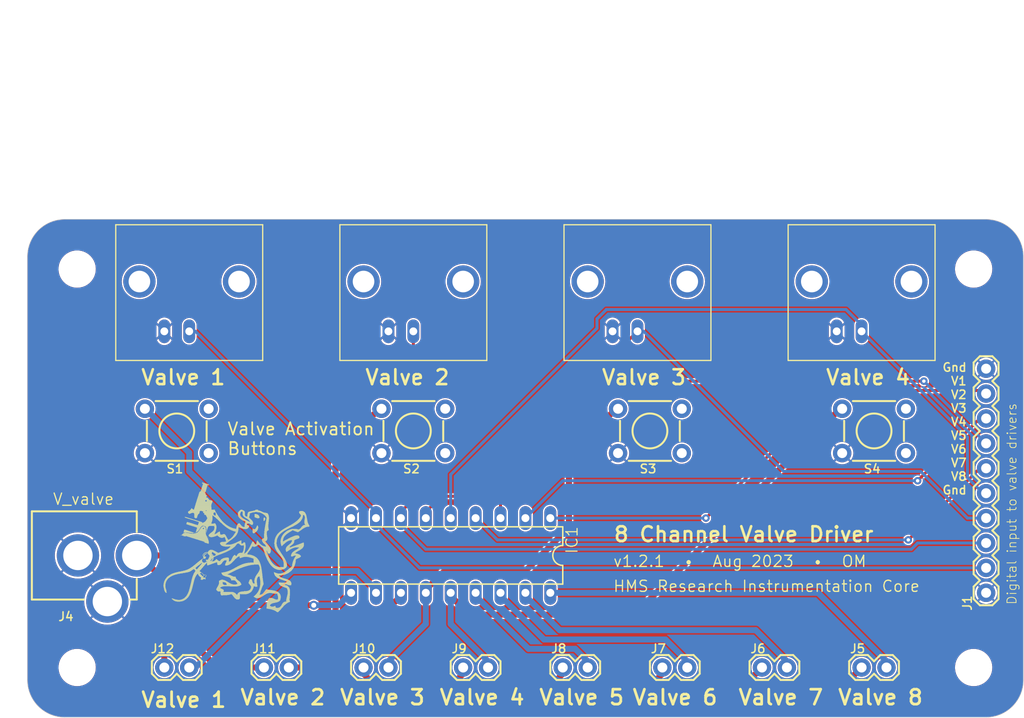
<source format=kicad_pcb>
(kicad_pcb (version 20221018) (generator pcbnew)
  (layers (0 "F.Cu" signal) (31 "B.Cu" signal) (34 "B.Paste" user) (35 "F.Paste" user) (36 "B.SilkS" user "B.Silkscreen") (37 "F.SilkS" user "F.Silkscreen") (38 "B.Mask" user) (39 "F.Mask" user) (44 "Edge.Cuts" user))
  (net 0 "")
  (net 1 "GND")
  (net 2 "/V8OUT")
  (net 3 "/V7OUT")
  (net 4 "/V6OUT")
  (net 5 "/V5OUT")
  (net 6 "/V4OUT")
  (net 7 "/V3OUT")
  (net 8 "/V2OUT")
  (net 9 "/V1OUT")
  (net 10 "VCC_1")
  (net 11 "/V1")
  (net 12 "/V2")
  (net 13 "/V3")
  (net 14 "/V4")
  (net 15 "/V5")
  (net 16 "/V6")
  (net 17 "/V7")
  (net 18 "/V8")
  (footprint "HMS_8ValveDriver:1X02" (layer "F.Cu") (at 182.7911 125.3236)
    (fp_text reference "J5" (at -1.27 -1.397) (layer "F.SilkS") (effects (font (size 0.889 0.889) (thickness 0.1524)) (justify left bottom)))
    (fp_text value "Valve 8" (at -2.54 3.937) (layer "F.SilkS") (effects (font (size 1.524 1.524) (thickness 0.2794)) (justify left bottom)))
    (pad "1" thru_hole circle (at 0 0 90) (size 1.8796 1.8796) (drill 1.016) (layers "*.Cu" "*.Mask") (net 10 "VCC_1"))
    (pad "2" thru_hole circle (at 2.54 0 90) (size 1.8796 1.8796) (drill 1.016) (layers "*.Cu" "*.Mask") (net 2 "/V8OUT"))
  )
  (footprint "HMS_8ValveDriver:1X10" (layer "F.Cu") (at 195.4911 117.7036 90)
    (fp_text reference "J1" (at -1.905 -1.397 90) (layer "F.SilkS") (effects (font (size 0.889 0.889) (thickness 0.1524)) (justify left bottom)))
    (fp_text value "CONN_10\"")
    (pad "1" thru_hole circle (at 0 0 180) (size 1.8796 1.8796) (drill 1.016) (layers "*.Cu" "*.Mask") (net 1 "GND"))
    (pad "2" thru_hole circle (at 2.54 0 180) (size 1.8796 1.8796) (drill 1.016) (layers "*.Cu" "*.Mask") (net 11 "/V1"))
    (pad "3" thru_hole circle (at 5.08 0 180) (size 1.8796 1.8796) (drill 1.016) (layers "*.Cu" "*.Mask") (net 12 "/V2"))
    (pad "4" thru_hole circle (at 7.62 0 180) (size 1.8796 1.8796) (drill 1.016) (layers "*.Cu" "*.Mask") (net 13 "/V3"))
    (pad "5" thru_hole circle (at 10.16 0 180) (size 1.8796 1.8796) (drill 1.016) (layers "*.Cu" "*.Mask") (net 14 "/V4"))
    (pad "6" thru_hole circle (at 12.7 0 180) (size 1.8796 1.8796) (drill 1.016) (layers "*.Cu" "*.Mask") (net 15 "/V5"))
    (pad "7" thru_hole circle (at 15.24 0 180) (size 1.8796 1.8796) (drill 1.016) (layers "*.Cu" "*.Mask") (net 16 "/V6"))
    (pad "8" thru_hole circle (at 17.78 0 180) (size 1.8796 1.8796) (drill 1.016) (layers "*.Cu" "*.Mask") (net 17 "/V7"))
    (pad "9" thru_hole circle (at 20.32 0 180) (size 1.8796 1.8796) (drill 1.016) (layers "*.Cu" "*.Mask") (net 18 "/V8"))
    (pad "10" thru_hole circle (at 22.86 0 180) (size 1.8796 1.8796) (drill 1.016) (layers "*.Cu" "*.Mask") (net 1 "GND"))
  )
  (footprint "HMS_8ValveDriver:STAND-OFF" (layer "F.Cu") (at 102.7811 125.3236)
    (fp_text reference "H1" hide)
    (fp_text value "STAND-OFF" hide)
    (pad "" np_thru_hole circle (at 0 0) (size 3.302 3.302) (drill 3.302) (layers "*.Cu" "*.Mask"))
  )
  (footprint "HMS_8ValveDriver:BNC" (layer "F.Cu") (at 114.2111 91.0336)
    (fp_text reference "J18" hide)
    (fp_text value "BNCPTH" hide)
    (pad "3" thru_hole circle (at -5.08 -5.08) (size 3.3 3.3) (drill 2.2) (layers "*.Cu" "*.Mask"))
    (pad "4" thru_hole circle (at 5.08 -5.08) (size 3.3 3.3) (drill 2.2) (layers "*.Cu" "*.Mask"))
    (pad "GND" thru_hole oval (at -2.54 0 90) (size 2.4128 1.2064) (drill 0.8) (layers "*.Cu" "*.Mask") (net 1 "GND"))
    (pad "S" thru_hole oval (at 0 0 90) (size 2.4128 1.2064) (drill 0.8) (layers "*.Cu" "*.Mask") (net 11 "/V1"))
  )
  (footprint "HMS_8ValveDriver:BNC" (layer "F.Cu") (at 159.9311 91.0336)
    (fp_text reference "J16" hide)
    (fp_text value "BNCPTH" hide)
    (pad "3" thru_hole circle (at -5.08 -5.08) (size 3.3 3.3) (drill 2.2) (layers "*.Cu" "*.Mask"))
    (pad "4" thru_hole circle (at 5.08 -5.08) (size 3.3 3.3) (drill 2.2) (layers "*.Cu" "*.Mask"))
    (pad "GND" thru_hole oval (at -2.54 0 90) (size 2.4128 1.2064) (drill 0.8) (layers "*.Cu" "*.Mask") (net 1 "GND"))
    (pad "S" thru_hole oval (at 0 0 90) (size 2.4128 1.2064) (drill 0.8) (layers "*.Cu" "*.Mask") (net 13 "/V3"))
  )
  (footprint "HMS_8ValveDriver:1X02" (layer "F.Cu") (at 131.9911 125.3236)
    (fp_text reference "J10" (at -1.27 -1.397) (layer "F.SilkS") (effects (font (size 0.889 0.889) (thickness 0.1524)) (justify left bottom)))
    (fp_text value "Valve 3" (at -2.54 3.937) (layer "F.SilkS") (effects (font (size 1.524 1.524) (thickness 0.2794)) (justify left bottom)))
    (pad "1" thru_hole circle (at 0 0 90) (size 1.8796 1.8796) (drill 1.016) (layers "*.Cu" "*.Mask") (net 10 "VCC_1"))
    (pad "2" thru_hole circle (at 2.54 0 90) (size 1.8796 1.8796) (drill 1.016) (layers "*.Cu" "*.Mask") (net 7 "/V3OUT"))
  )
  (footprint "HMS_8ValveDriver:STAND-OFF" (layer "F.Cu") (at 102.7811 84.6836)
    (fp_text reference "H2" hide)
    (fp_text value "STAND-OFF" hide)
    (pad "" np_thru_hole circle (at 0 0) (size 3.302 3.302) (drill 3.302) (layers "*.Cu" "*.Mask"))
  )
  (footprint "HMS_8ValveDriver:BNC" (layer "F.Cu") (at 137.0711 91.0336)
    (fp_text reference "J17" hide)
    (fp_text value "BNCPTH" hide)
    (pad "3" thru_hole circle (at -5.08 -5.08) (size 3.3 3.3) (drill 2.2) (layers "*.Cu" "*.Mask"))
    (pad "4" thru_hole circle (at 5.08 -5.08) (size 3.3 3.3) (drill 2.2) (layers "*.Cu" "*.Mask"))
    (pad "GND" thru_hole oval (at -2.54 0 90) (size 2.4128 1.2064) (drill 0.8) (layers "*.Cu" "*.Mask") (net 1 "GND"))
    (pad "S" thru_hole oval (at 0 0 90) (size 2.4128 1.2064) (drill 0.8) (layers "*.Cu" "*.Mask") (net 12 "/V2"))
  )
  (footprint "HMS_8ValveDriver:TACTILE_SWITCH_PTH_6.0MM" (layer "F.Cu") (at 161.2011 101.1936)
    (fp_text reference "S3" (at -0.192934 4.389319) (layer "F.SilkS") (effects (font (size 0.889 0.889) (thickness 0.1524)) (justify bottom)))
    (fp_text value "MOMENTARY-SWITCH-SPST-PTH-6.0MM" hide)
    (pad "1" thru_hole circle (at -3.2512 -2.2606) (size 1.8796 1.8796) (drill 1.016) (layers "*.Cu" "*.Mask") (net 7 "/V3OUT"))
    (pad "2" thru_hole circle (at 3.2512 -2.2606) (size 1.8796 1.8796) (drill 1.016) (layers "*.Cu" "*.Mask"))
    (pad "3" thru_hole circle (at -3.2512 2.2606) (size 1.8796 1.8796) (drill 1.016) (layers "*.Cu" "*.Mask") (net 1 "GND"))
    (pad "4" thru_hole circle (at 3.2512 2.2606) (size 1.8796 1.8796) (drill 1.016) (layers "*.Cu" "*.Mask"))
  )
  (footprint "HMS_8ValveDriver:1X02" (layer "F.Cu") (at 152.3111 125.3236)
    (fp_text reference "J8" (at -1.27 -1.397) (layer "F.SilkS") (effects (font (size 0.889 0.889) (thickness 0.1524)) (justify left bottom)))
    (fp_text value "Valve 5" (at -2.54 3.937) (layer "F.SilkS") (effects (font (size 1.524 1.524) (thickness 0.2794)) (justify left bottom)))
    (pad "1" thru_hole circle (at 0 0 90) (size 1.8796 1.8796) (drill 1.016) (layers "*.Cu" "*.Mask") (net 10 "VCC_1"))
    (pad "2" thru_hole circle (at 2.54 0 90) (size 1.8796 1.8796) (drill 1.016) (layers "*.Cu" "*.Mask") (net 5 "/V5OUT"))
  )
  (footprint "HMS_8ValveDriver:1X02" (layer "F.Cu") (at 172.6311 125.3236)
    (fp_text reference "J6" (at -1.27 -1.397) (layer "F.SilkS") (effects (font (size 0.889 0.889) (thickness 0.1524)) (justify left bottom)))
    (fp_text value "Valve 7" (at -2.54 3.937) (layer "F.SilkS") (effects (font (size 1.524 1.524) (thickness 0.2794)) (justify left bottom)))
    (pad "1" thru_hole circle (at 0 0 90) (size 1.8796 1.8796) (drill 1.016) (layers "*.Cu" "*.Mask") (net 10 "VCC_1"))
    (pad "2" thru_hole circle (at 2.54 0 90) (size 1.8796 1.8796) (drill 1.016) (layers "*.Cu" "*.Mask") (net 3 "/V7OUT"))
  )
  (footprint "HMS_8ValveDriver:BNC" (layer "F.Cu") (at 182.7911 91.0336)
    (fp_text reference "J15" hide)
    (fp_text value "BNCPTH" hide)
    (pad "3" thru_hole circle (at -5.08 -5.08) (size 3.3 3.3) (drill 2.2) (layers "*.Cu" "*.Mask"))
    (pad "4" thru_hole circle (at 5.08 -5.08) (size 3.3 3.3) (drill 2.2) (layers "*.Cu" "*.Mask"))
    (pad "GND" thru_hole oval (at -2.54 0 90) (size 2.4128 1.2064) (drill 0.8) (layers "*.Cu" "*.Mask") (net 1 "GND"))
    (pad "S" thru_hole oval (at 0 0 90) (size 2.4128 1.2064) (drill 0.8) (layers "*.Cu" "*.Mask") (net 14 "/V4"))
  )
  (footprint "HMS_8ValveDriver:RIC_LOGO_BIG" (layer "F.Cu") (at 119.2911 113.8936)
    (fp_text reference "U$7" hide)
    (fp_text value "" hide)
  )
  (footprint "HMS_8ValveDriver:STAND-OFF" (layer "F.Cu") (at 194.2211 84.6836)
    (fp_text reference "H3" hide)
    (fp_text value "STAND-OFF" hide)
    (pad "" np_thru_hole circle (at 0 0) (size 3.302 3.302) (drill 3.302) (layers "*.Cu" "*.Mask"))
  )
  (footprint "HMS_8ValveDriver:1X02" (layer "F.Cu") (at 162.4711 125.3236)
    (fp_text reference "J7" (at -1.27 -1.397) (layer "F.SilkS") (effects (font (size 0.889 0.889) (thickness 0.1524)) (justify left bottom)))
    (fp_text value "Valve 6" (at -3.175 3.937) (layer "F.SilkS") (effects (font (size 1.524 1.524) (thickness 0.2794)) (justify left bottom)))
    (pad "1" thru_hole circle (at 0 0 90) (size 1.8796 1.8796) (drill 1.016) (layers "*.Cu" "*.Mask") (net 10 "VCC_1"))
    (pad "2" thru_hole circle (at 2.54 0 90) (size 1.8796 1.8796) (drill 1.016) (layers "*.Cu" "*.Mask") (net 4 "/V6OUT"))
  )
  (footprint "HMS_8ValveDriver:DIL18" (layer "F.Cu") (at 140.8811 113.8936 180)
    (fp_text reference "IC1" (at -11.684 3.048 90) (layer "F.SilkS") (effects (font (size 1.1557 1.1557) (thickness 0.1143)) (justify right top)))
    (fp_text value "ULQ2803A")
    (pad "1" thru_hole oval (at -10.16 3.81 270) (size 2.4384 1.2192) (drill 0.8128) (layers "*.Cu" "*.Mask") (net 18 "/V8"))
    (pad "2" thru_hole oval (at -7.62 3.81 270) (size 2.4384 1.2192) (drill 0.8128) (layers "*.Cu" "*.Mask") (net 17 "/V7"))
    (pad "3" thru_hole oval (at -5.08 3.81 270) (size 2.4384 1.2192) (drill 0.8128) (layers "*.Cu" "*.Mask") (net 16 "/V6"))
    (pad "4" thru_hole oval (at -2.54 3.81 270) (size 2.4384 1.2192) (drill 0.8128) (layers "*.Cu" "*.Mask") (net 15 "/V5"))
    (pad "5" thru_hole oval (at 0 3.81 270) (size 2.4384 1.2192) (drill 0.8128) (layers "*.Cu" "*.Mask") (net 14 "/V4"))
    (pad "6" thru_hole oval (at 2.54 3.81 270) (size 2.4384 1.2192) (drill 0.8128) (layers "*.Cu" "*.Mask") (net 13 "/V3"))
    (pad "7" thru_hole oval (at 5.08 3.81 270) (size 2.4384 1.2192) (drill 0.8128) (layers "*.Cu" "*.Mask") (net 12 "/V2"))
    (pad "8" thru_hole oval (at 7.62 3.81 270) (size 2.4384 1.2192) (drill 0.8128) (layers "*.Cu" "*.Mask") (net 11 "/V1"))
    (pad "9" thru_hole oval (at 10.16 3.81 270) (size 2.4384 1.2192) (drill 0.8128) (layers "*.Cu" "*.Mask") (net 1 "GND"))
    (pad "10" thru_hole oval (at 10.16 -3.81 270) (size 2.4384 1.2192) (drill 0.8128) (layers "*.Cu" "*.Mask") (net 10 "VCC_1"))
    (pad "11" thru_hole oval (at 7.62 -3.81 270) (size 2.4384 1.2192) (drill 0.8128) (layers "*.Cu" "*.Mask") (net 9 "/V1OUT"))
    (pad "12" thru_hole oval (at 5.08 -3.81 270) (size 2.4384 1.2192) (drill 0.8128) (layers "*.Cu" "*.Mask") (net 8 "/V2OUT"))
    (pad "13" thru_hole oval (at 2.54 -3.81 270) (size 2.4384 1.2192) (drill 0.8128) (layers "*.Cu" "*.Mask") (net 7 "/V3OUT"))
    (pad "14" thru_hole oval (at 0 -3.81 270) (size 2.4384 1.2192) (drill 0.8128) (layers "*.Cu" "*.Mask") (net 6 "/V4OUT"))
    (pad "15" thru_hole oval (at -2.54 -3.81 270) (size 2.4384 1.2192) (drill 0.8128) (layers "*.Cu" "*.Mask") (net 5 "/V5OUT"))
    (pad "16" thru_hole oval (at -5.08 -3.81 270) (size 2.4384 1.2192) (drill 0.8128) (layers "*.Cu" "*.Mask") (net 4 "/V6OUT"))
    (pad "17" thru_hole oval (at -7.62 -3.81 270) (size 2.4384 1.2192) (drill 0.8128) (layers "*.Cu" "*.Mask") (net 3 "/V7OUT"))
    (pad "18" thru_hole oval (at -10.16 -3.81 270) (size 2.4384 1.2192) (drill 0.8128) (layers "*.Cu" "*.Mask") (net 2 "/V8OUT"))
  )
  (footprint "HMS_8ValveDriver:TACTILE_SWITCH_PTH_6.0MM" (layer "F.Cu") (at 184.0611 101.1936)
    (fp_text reference "S4" (at -0.192934 4.389319) (layer "F.SilkS") (effects (font (size 0.889 0.889) (thickness 0.1524)) (justify bottom)))
    (fp_text value "MOMENTARY-SWITCH-SPST-PTH-6.0MM" hide)
    (pad "1" thru_hole circle (at -3.2512 -2.2606) (size 1.8796 1.8796) (drill 1.016) (layers "*.Cu" "*.Mask") (net 6 "/V4OUT"))
    (pad "2" thru_hole circle (at 3.2512 -2.2606) (size 1.8796 1.8796) (drill 1.016) (layers "*.Cu" "*.Mask"))
    (pad "3" thru_hole circle (at -3.2512 2.2606) (size 1.8796 1.8796) (drill 1.016) (layers "*.Cu" "*.Mask") (net 1 "GND"))
    (pad "4" thru_hole circle (at 3.2512 2.2606) (size 1.8796 1.8796) (drill 1.016) (layers "*.Cu" "*.Mask"))
  )
  (footprint "HMS_8ValveDriver:TACTILE_SWITCH_PTH_6.0MM" (layer "F.Cu") (at 137.0711 101.1936)
    (fp_text reference "S2" (at -0.192934 4.389319) (layer "F.SilkS") (effects (font (size 0.889 0.889) (thickness 0.1524)) (justify bottom)))
    (fp_text value "MOMENTARY-SWITCH-SPST-PTH-6.0MM" hide)
    (pad "1" thru_hole circle (at -3.2512 -2.2606) (size 1.8796 1.8796) (drill 1.016) (layers "*.Cu" "*.Mask") (net 8 "/V2OUT"))
    (pad "2" thru_hole circle (at 3.2512 -2.2606) (size 1.8796 1.8796) (drill 1.016) (layers "*.Cu" "*.Mask"))
    (pad "3" thru_hole circle (at -3.2512 2.2606) (size 1.8796 1.8796) (drill 1.016) (layers "*.Cu" "*.Mask") (net 1 "GND"))
    (pad "4" thru_hole circle (at 3.2512 2.2606) (size 1.8796 1.8796) (drill 1.016) (layers "*.Cu" "*.Mask"))
  )
  (footprint "HMS_8ValveDriver:1X02" (layer "F.Cu") (at 111.6711 125.3236)
    (fp_text reference "J12" (at -1.4732 -1.397) (layer "F.SilkS") (effects (font (size 0.889 0.889) (thickness 0.1524)) (justify left bottom)))
    (fp_text value "Valve 1" (at -2.4892 4.191) (layer "F.SilkS") (effects (font (size 1.524 1.524) (thickness 0.2794)) (justify left bottom)))
    (pad "1" thru_hole circle (at 0 0 90) (size 1.8796 1.8796) (drill 1.016) (layers "*.Cu" "*.Mask") (net 10 "VCC_1"))
    (pad "2" thru_hole circle (at 2.54 0 90) (size 1.8796 1.8796) (drill 1.016) (layers "*.Cu" "*.Mask") (net 9 "/V1OUT"))
  )
  (footprint "HMS_8ValveDriver:STAND-OFF" (layer "F.Cu") (at 194.2211 125.3236)
    (fp_text reference "H4" hide)
    (fp_text value "STAND-OFF" hide)
    (pad "" np_thru_hole circle (at 0 0) (size 3.302 3.302) (drill 3.302) (layers "*.Cu" "*.Mask"))
  )
  (footprint "HMS_8ValveDriver:POWER_JACK_PTH" (layer "F.Cu") (at 95.1611 113.8936 -90)
    (fp_text reference "J4" (at 6.7564 -5.6134) (layer "F.SilkS") (effects (font (size 0.889 0.889) (thickness 0.1524) bold) (justify left bottom)))
    (fp_text value "POWER_JACK")
    (pad "GND" thru_hole circle (at 0 -7.7 270) (size 4.318 4.318) (drill 2.9972) (layers "*.Cu" "*.Mask") (net 1 "GND"))
    (pad "GNDBREAK" thru_hole circle (at 4.7 -10.7) (size 4.318 4.318) (drill 2.9972) (layers "*.Cu" "*.Mask") (net 1 "GND"))
    (pad "PWR" thru_hole circle (at 0 -13.7 270) (size 4.318 4.318) (drill 2.9972) (layers "*.Cu" "*.Mask") (net 10 "VCC_1"))
  )
  (footprint "HMS_8ValveDriver:1X02" (layer "F.Cu") (at 142.1511 125.3236)
    (fp_text reference "J9" (at -1.27 -1.397) (layer "F.SilkS") (effects (font (size 0.889 0.889) (thickness 0.1524)) (justify left bottom)))
    (fp_text value "Valve 4" (at -2.54 3.937) (layer "F.SilkS") (effects (font (size 1.524 1.524) (thickness 0.2794)) (justify left bottom)))
    (pad "1" thru_hole circle (at 0 0 90) (size 1.8796 1.8796) (drill 1.016) (layers "*.Cu" "*.Mask") (net 10 "VCC_1"))
    (pad "2" thru_hole circle (at 2.54 0 90) (size 1.8796 1.8796) (drill 1.016) (layers "*.Cu" "*.Mask") (net 6 "/V4OUT"))
  )
  (footprint "HMS_8ValveDriver:TACTILE_SWITCH_PTH_6.0MM" (layer "F.Cu") (at 112.9411 101.1936)
    (fp_text reference "S1" (at -0.192934 4.389319) (layer "F.SilkS") (effects (font (size 0.889 0.889) (thickness 0.1524)) (justify bottom)))
    (fp_text value "MOMENTARY-SWITCH-SPST-PTH-6.0MM" hide)
    (pad "1" thru_hole circle (at -3.2512 -2.2606) (size 1.8796 1.8796) (drill 1.016) (layers "*.Cu" "*.Mask") (net 9 "/V1OUT"))
    (pad "2" thru_hole circle (at 3.2512 -2.2606) (size 1.8796 1.8796) (drill 1.016) (layers "*.Cu" "*.Mask"))
    (pad "3" thru_hole circle (at -3.2512 2.2606) (size 1.8796 1.8796) (drill 1.016) (layers "*.Cu" "*.Mask") (net 1 "GND"))
    (pad "4" thru_hole circle (at 3.2512 2.2606) (size 1.8796 1.8796) (drill 1.016) (layers "*.Cu" "*.Mask"))
  )
  (footprint "HMS_8ValveDriver:1X02" (layer "F.Cu") (at 121.8311 125.3236)
    (fp_text reference "J11" (at -1.27 -1.397) (layer "F.SilkS") (effects (font (size 0.889 0.889) (thickness 0.1524)) (justify left bottom)))
    (fp_text value "Valve 2" (at -2.54 3.937) (layer "F.SilkS") (effects (font (size 1.524 1.524) (thickness 0.2794)) (justify left bottom)))
    (pad "1" thru_hole circle (at 0 0 90) (size 1.8796 1.8796) (drill 1.016) (layers "*.Cu" "*.Mask") (net 10 "VCC_1"))
    (pad "2" thru_hole circle (at 2.54 0 90) (size 1.8796 1.8796) (drill 1.016) (layers "*.Cu" "*.Mask") (net 8 "/V2OUT"))
  )
  (gr_arc (start 195.4911 79.6036) (mid 198.185177 80.719523) (end 199.3011 83.4136) (stroke (width 0.05)) (layer "Edge.Cuts"))
  (gr_line (start 199.3011 126.5936) (end 199.3011 83.4136) (stroke (width 0.05)) (layer "Edge.Cuts"))
  (gr_arc (start 97.7011 83.4136) (mid 98.817023 80.719523) (end 101.5111 79.6036) (stroke (width 0.05)) (layer "Edge.Cuts"))
  (gr_arc (start 101.5111 130.4036) (mid 98.817023 129.287677) (end 97.7011 126.5936) (stroke (width 0.05)) (layer "Edge.Cuts"))
  (gr_line (start 101.5111 130.4036) (end 195.4911 130.4036) (stroke (width 0.05)) (layer "Edge.Cuts"))
  (gr_line (start 195.4911 79.6036) (end 101.5111 79.6036) (stroke (width 0.05)) (layer "Edge.Cuts"))
  (gr_arc (start 199.3011 126.5936) (mid 198.185177 129.287677) (end 195.4911 130.4036) (stroke (width 0.05)) (layer "Edge.Cuts"))
  (gr_line (start 97.7011 83.4136) (end 97.7011 126.5936) (stroke (width 0.05)) (layer "Edge.Cuts"))
  (gr_text "Gnd\nV1\nV2\nV3\nV4\nV5\nV6\nV7\nV8\nGnd" (at 193.5861 94.2086) (layer "F.SilkS") (effects (font (size 0.8636 0.8636) (thickness 0.1524)) (justify right top)))
  (gr_text "Valve 2" (at 140.8811 94.8436) (layer "F.SilkS") (effects (font (size 1.5113 1.5113) (thickness 0.2667)) (justify right top)))
  (gr_text "v1.2.1  •  Aug 2023  •  OM" (at 157.3911 115.1636) (layer "F.SilkS") (effects (font (size 1.143 1.143) (thickness 0.127)) (justify left bottom)))
  (gr_text "Valve 4" (at 187.8711 94.8436) (layer "F.SilkS") (effects (font (size 1.5113 1.5113) (thickness 0.2667)) (justify right top)))
  (gr_text "Digital input to valve drivers" (at 198.6661 118.9736 90) (layer "F.SilkS") (effects (font (size 0.93472 0.93472) (thickness 0.08128)) (justify left bottom)))
  (gr_text "V_valve" (at 100.2411 108.8136) (layer "F.SilkS") (effects (font (size 1.143 1.143) (thickness 0.127)) (justify left bottom)))
  (gr_text "HMS Research Instrumentation Core" (at 157.3911 117.7036) (layer "F.SilkS") (effects (font (size 1.143 1.143) (thickness 0.127)) (justify left bottom)))
  (gr_text "Valve Activation\nButtons" (at 118.0211 103.7336) (layer "F.SilkS") (effects (font (size 1.251712 1.251712) (thickness 0.170688)) (justify left bottom)))
  (gr_text "8 Channel Valve Driver" (at 157.3911 112.6236) (layer "F.SilkS") (effects (font (size 1.5113 1.5113) (thickness 0.2667)) (justify left bottom)))
  (gr_text "Valve 1" (at 118.0211 94.8436) (layer "F.SilkS") (effects (font (size 1.5113 1.5113) (thickness 0.2667)) (justify right top)))
  (gr_text "Valve 3" (at 165.0111 94.8436) (layer "F.SilkS") (effects (font (size 1.5113 1.5113) (thickness 0.2667)) (justify right top)))
  (segment (start 178.3461 117.7036) (end 151.0411 117.7036) (width 0.6096) (layer "B.Cu") (net 2))
  (segment (start 185.3311 125.3236) (end 185.3311 124.6886) (width 0.6096) (layer "B.Cu") (net 2))
  (segment (start 185.3311 124.6886) (end 178.3461 117.7036) (width 0.6096) (layer "B.Cu") (net 2))
  (segment (start 175.1711 125.3236) (end 175.1711 124.6886) (width 0.6096) (layer "B.Cu") (net 3))
  (segment (start 151.9936 121.5136) (end 148.5011 118.0211) (width 0.6096) (layer "B.Cu") (net 3))
  (segment (start 148.5011 118.0211) (end 148.5011 117.7036) (width 0.6096) (layer "B.Cu") (net 3))
  (segment (start 175.1711 124.6886) (end 171.9961 121.5136) (width 0.6096) (layer "B.Cu") (net 3))
  (segment (start 171.9961 121.5136) (end 151.9936 121.5136) (width 0.6096) (layer "B.Cu") (net 3))
  (segment (start 165.0111 124.6886) (end 162.7886 122.4661) (width 0.6096) (layer "B.Cu") (net 4))
  (segment (start 162.7886 122.4661) (end 150.4061 122.4661) (width 0.6096) (layer "B.Cu") (net 4))
  (segment (start 150.4061 122.4661) (end 145.9611 118.0211) (width 0.6096) (layer "B.Cu") (net 4))
  (segment (start 145.9611 118.0211) (end 145.9611 117.7036) (width 0.6096) (layer "B.Cu") (net 4))
  (segment (start 165.0111 125.3236) (end 165.0111 124.6886) (width 0.6096) (layer "B.Cu") (net 4))
  (segment (start 148.8186 123.4186) (end 143.4211 118.0211) (width 0.6096) (layer "B.Cu") (net 5))
  (segment (start 153.5811 123.4186) (end 148.8186 123.4186) (width 0.6096) (layer "B.Cu") (net 5))
  (segment (start 143.4211 118.0211) (end 143.4211 117.7036) (width 0.6096) (layer "B.Cu") (net 5))
  (segment (start 154.8511 125.3236) (end 154.8511 124.6886) (width 0.6096) (layer "B.Cu") (net 5))
  (segment (start 154.8511 124.6886) (end 153.5811 123.4186) (width 0.6096) (layer "B.Cu") (net 5))
  (segment (start 142.7861 119.9261) (end 159.6136 119.9261) (width 0.6096) (layer "F.Cu") (net 6))
  (segment (start 180.5686 98.9711) (end 180.8099 98.933) (width 0.6096) (layer "F.Cu") (net 6))
  (segment (start 140.8811 118.0211) (end 142.7861 119.9261) (width 0.6096) (layer "F.Cu") (net 6))
  (segment (start 140.8811 117.7036) (end 140.8811 118.0211) (width 0.6096) (layer "F.Cu") (net 6))
  (segment (start 159.6136 119.9261) (end 180.5686 98.9711) (width 0.6096) (layer "F.Cu") (net 6))
  (segment (start 140.8811 120.8786) (end 140.8811 117.7036) (width 0.6096) (layer "B.Cu") (net 6))
  (segment (start 144.6911 125.3236) (end 144.6911 124.6886) (width 0.6096) (layer "B.Cu") (net 6))
  (segment (start 144.6911 124.6886) (end 140.8811 120.8786) (width 0.6096) (layer "B.Cu") (net 6))
  (segment (start 138.3411 117.3861) (end 140.2461 115.4811) (width 0.6096) (layer "F.Cu") (net 7))
  (segment (start 138.3411 117.7036) (end 138.3411 117.3861) (width 0.6096) (layer "F.Cu") (net 7))
  (segment (start 152.9461 111.0361) (end 152.9461 103.7336) (width 0.6096) (layer "F.Cu") (net 7))
  (segment (start 148.5011 115.4811) (end 152.9461 111.0361) (width 0.6096) (layer "F.Cu") (net 7))
  (segment (start 140.2461 115.4811) (end 148.5011 115.4811) (width 0.6096) (layer "F.Cu") (net 7))
  (segment (start 152.9461 103.7336) (end 157.7086 98.9711) (width 0.6096) (layer "F.Cu") (net 7))
  (segment (start 157.7086 98.9711) (end 157.9499 98.933) (width 0.6096) (layer "F.Cu") (net 7))
  (segment (start 134.5311 124.6886) (end 138.3411 120.8786) (width 0.6096) (layer "B.Cu") (net 7))
  (segment (start 138.3411 120.8786) (end 138.3411 117.7036) (width 0.6096) (layer "B.Cu") (net 7))
  (segment (start 134.5311 125.3236) (end 134.5311 124.6886) (width 0.6096) (layer "B.Cu") (net 7))
  (segment (start 129.29235 124.52985) (end 129.1336 124.3711) (width 0.6096) (layer "F.Cu") (net 8))
  (segment (start 135.8011 118.0211) (end 135.8011 117.7036) (width 0.6096) (layer "F.Cu") (net 8))
  (segment (start 133.5786 98.9711) (end 133.8199 98.933) (width 0.6096) (layer "F.Cu") (net 8))
  (segment (start 124.3711 125.3236) (end 128.4986 125.3236) (width 0.6096) (layer "F.Cu") (net 8))
  (segment (start 129.29235 124.52985) (end 135.8011 118.0211) (width 0.6096) (layer "F.Cu") (net 8))
  (segment (start 129.1336 124.3711) (end 129.1336 103.4161) (width 0.6096) (layer "F.Cu") (net 8))
  (segment (start 129.1336 103.4161) (end 133.5786 98.9711) (width 0.6096) (layer "F.Cu") (net 8))
  (segment (start 128.4986 125.3236) (end 129.29235 124.52985) (width 0.6096) (layer "F.Cu") (net 8))
  (segment (start 124.6886 115.4811) (end 131.3561 115.4811) (width 0.6096) (layer "B.Cu") (net 9))
  (segment (start 133.2611 117.3861) (end 133.2611 117.7036) (width 0.6096) (layer "B.Cu") (net 9))
  (segment (start 114.2111 105.3211) (end 114.2111 103.4161) (width 0.6096) (layer "B.Cu") (net 9))
  (segment (start 109.7661 98.9711) (end 109.6899 98.933) (width 0.6096) (layer "B.Cu") (net 9))
  (segment (start 114.2111 125.3236) (end 114.8461 125.3236) (width 0.6096) (layer "B.Cu") (net 9))
  (segment (start 114.2111 103.4161) (end 109.7661 98.9711) (width 0.6096) (layer "B.Cu") (net 9))
  (segment (start 124.52985 115.63985) (end 124.6886 115.4811) (width 0.6096) (layer "B.Cu") (net 9))
  (segment (start 124.52985 115.63985) (end 114.2111 105.3211) (width 0.6096) (layer "B.Cu") (net 9))
  (segment (start 114.8461 125.3236) (end 124.52985 115.63985) (width 0.6096) (layer "B.Cu") (net 9))
  (segment (start 131.3561 115.4811) (end 133.2611 117.3861) (width 0.6096) (layer "B.Cu") (net 9))
  (segment (start 133.2611 127.2286) (end 118.9736 127.2286) (width 0.6096) (layer "F.Cu") (net 10))
  (segment (start 152.3111 125.9586) (end 151.0411 127.2286) (width 0.6096) (layer "F.Cu") (net 10))
  (segment (start 152.3111 125.3236) (end 152.3111 125.9586) (width 0.6096) (layer "F.Cu") (net 10))
  (segment (start 126.9111 118.9736) (end 118.0211 118.9736) (width 0.6096) (layer "F.Cu") (net 10))
  (segment (start 118.0211 118.9736) (end 112.9411 113.8936) (width 0.6096) (layer "F.Cu") (net 10))
  (segment (start 112.9411 113.8936) (end 109.1311 113.8936) (width 0.6096) (layer "F.Cu") (net 10))
  (segment (start 131.9911 125.3236) (end 131.9911 125.9586) (width 0.6096) (layer "F.Cu") (net 10))
  (segment (start 131.9911 125.9586) (end 133.2611 127.2286) (width 0.6096) (layer "F.Cu") (net 10))
  (segment (start 111.6711 116.4336) (end 111.6711 119.9261) (width 0.6096) (layer "F.Cu") (net 10))
  (segment (start 180.8861 127.2286) (end 182.7911 125.3236) (width 0.6096) (layer "F.Cu") (net 10))
  (segment (start 109.1311 113.8936) (end 108.8611 113.8936) (width 0.6096) (layer "F.Cu") (net 10))
  (segment (start 111.6711 119.9261) (end 111.6711 125.3236) (width 0.6096) (layer "F.Cu") (net 10))
  (segment (start 140.8811 127.2286) (end 133.2611 127.2286) (width 0.6096) (layer "F.Cu") (net 10))
  (segment (start 172.6311 125.3236) (end 170.7261 127.2286) (width 0.6096) (layer "F.Cu") (net 10))
  (segment (start 117.0686 125.3236) (end 121.8311 125.3236) (width 0.6096) (layer "F.Cu") (net 10))
  (segment (start 162.4711 125.9586) (end 161.2011 127.2286) (width 0.6096) (layer "F.Cu") (net 10))
  (segment (start 140.8811 127.2286) (end 151.0411 127.2286) (width 0.6096) (layer "F.Cu") (net 10))
  (segment (start 109.1311 113.8936) (end 111.6711 116.4336) (width 0.6096) (layer "F.Cu") (net 10))
  (segment (start 142.1511 125.3236) (end 142.1511 125.9586) (width 0.6096) (layer "F.Cu") (net 10))
  (segment (start 142.1511 125.9586) (end 140.8811 127.2286) (width 0.6096) (layer "F.Cu") (net 10))
  (segment (start 170.7261 127.2286) (end 180.8861 127.2286) (width 0.6096) (layer "F.Cu") (net 10))
  (segment (start 118.9736 127.2286) (end 117.0686 125.3236) (width 0.6096) (layer "F.Cu") (net 10))
  (segment (start 111.6711 119.9261) (end 117.0686 125.3236) (width 0.6096) (layer "F.Cu") (net 10))
  (segment (start 161.2011 127.2286) (end 170.7261 127.2286) (width 0.6096) (layer "F.Cu") (net 10))
  (segment (start 162.4711 125.3236) (end 162.4711 125.9586) (width 0.6096) (layer "F.Cu") (net 10))
  (segment (start 151.0411 127.2286) (end 161.2011 127.2286) (width 0.6096) (layer "F.Cu") (net 10))
  (via (at 126.9111 118.9736) (size 0.9144) (drill 0.508) (layers "F.Cu" "B.Cu") (net 10))
  (segment (start 129.4511 118.9736) (end 126.9111 118.9736) (width 0.6096) (layer "B.Cu") (net 10))
  (segment (start 130.7211 117.7036) (end 129.4511 118.9736) (width 0.6096) (layer "B.Cu") (net 10))
  (segment (start 133.2611 109.4486) (end 114.8461 91.0336) (width 0.3048) (layer "B.Cu") (net 11))
  (segment (start 133.2611 110.0836) (end 133.2611 109.4486) (width 0.3048) (layer "B.Cu") (net 11))
  (segment (start 137.7061 115.1636) (end 195.4911 115.1636) (width 0.3048) (layer "B.Cu") (net 11))
  (segment (start 133.2611 110.7186) (end 137.7061 115.1636) (width 0.3048) (layer "B.Cu") (net 11))
  (segment (start 133.2611 110.0836) (end 133.2611 110.7186) (width 0.3048) (layer "B.Cu") (net 11))
  (segment (start 114.8461 91.0336) (end 114.2111 91.0336) (width 0.3048) (layer "B.Cu") (net 11))
  (segment (start 135.8011 109.4486) (end 137.0711 108.1786) (width 0.3048) (layer "F.Cu") (net 12))
  (segment (start 137.0711 108.1786) (end 137.0711 91.0336) (width 0.3048) (layer "F.Cu") (net 12))
  (segment (start 135.8011 110.0836) (end 135.8011 109.4486) (width 0.3048) (layer "F.Cu") (net 12))
  (segment (start 187.8711 113.2586) (end 188.5061 112.6236) (width 0.3048) (layer "B.Cu") (net 12))
  (segment (start 135.8011 110.7186) (end 138.3411 113.2586) (width 0.3048) (layer "B.Cu") (net 12))
  (segment (start 135.8011 110.0836) (end 135.8011 110.7186) (width 0.3048) (layer "B.Cu") (net 12))
  (segment (start 138.3411 113.2586) (end 187.8711 113.2586) (width 0.3048) (layer "B.Cu") (net 12))
  (segment (start 188.5061 112.6236) (end 195.4911 112.6236) (width 0.3048) (layer "B.Cu") (net 12))
  (segment (start 138.3411 110.0836) (end 138.3411 109.4486) (width 0.3048) (layer "F.Cu") (net 13))
  (segment (start 143.1036 107.8611) (end 159.9311 91.0336) (width 0.3048) (layer "F.Cu") (net 13))
  (segment (start 138.3411 109.4486) (end 139.9286 107.8611) (width 0.3048) (layer "F.Cu") (net 13))
  (segment (start 139.9286 107.8611) (end 143.1036 107.8611) (width 0.3048) (layer "F.Cu") (net 13))
  (segment (start 174.8536 105.3211) (end 188.8236 105.3211) (width 0.3048) (layer "B.Cu") (net 13))
  (segment (start 160.5661 91.0336) (end 174.8536 105.3211) (width 0.3048) (layer "B.Cu") (net 13))
  (segment (start 159.9311 91.0336) (end 160.5661 91.0336) (width 0.3048) (layer "B.Cu") (net 13))
  (segment (start 193.5861 110.0836) (end 195.4911 110.0836) (width 0.3048) (layer "B.Cu") (net 13))
  (segment (start 188.8236 105.3211) (end 193.5861 110.0836) (width 0.3048) (layer "B.Cu") (net 13))
  (segment (start 193.5861 101.8286) (end 182.7911 91.0336) (width 0.3048) (layer "B.Cu") (net 14))
  (segment (start 195.1736 107.5436) (end 193.5861 105.9561) (width 0.3048) (layer "B.Cu") (net 14))
  (segment (start 193.5861 105.9561) (end 193.5861 101.8286) (width 0.3048) (layer "B.Cu") (net 14))
  (segment (start 155.8036 89.7636) (end 155.8036 90.7161) (width 0.3048) (layer "B.Cu") (net 14))
  (segment (start 155.8036 90.7161) (end 140.8811 105.6386) (width 0.3048) (layer "B.Cu") (net 14))
  (segment (start 156.7561 88.8111) (end 155.8036 89.7636) (width 0.3048) (layer "B.Cu") (net 14))
  (segment (start 182.7911 91.0336) (end 182.7911 90.3986) (width 0.3048) (layer "B.Cu") (net 14))
  (segment (start 182.7911 90.3986) (end 181.2036 88.8111) (width 0.3048) (layer "B.Cu") (net 14))
  (segment (start 181.2036 88.8111) (end 156.7561 88.8111) (width 0.3048) (layer "B.Cu") (net 14))
  (segment (start 140.8811 105.6386) (end 140.8811 110.0836) (width 0.3048) (layer "B.Cu") (net 14))
  (segment (start 195.4911 107.5436) (end 195.1736 107.5436) (width 0.3048) (layer "B.Cu") (net 14))
  (segment (start 195.4911 105.0036) (end 194.8561 105.0036) (width 0.3048) (layer "F.Cu") (net 15))
  (segment (start 194.8561 105.0036) (end 187.5536 112.3061) (width 0.3048) (layer "F.Cu") (net 15))
  (via (at 187.5536 112.3061) (size 0.762) (drill 0.3556) (layers "F.Cu" "B.Cu") (net 15))
  (segment (start 187.5536 112.3061) (end 145.6436 112.3061) (width 0.3048) (layer "B.Cu") (net 15))
  (segment (start 145.6436 112.3061) (end 143.4211 110.0836) (width 0.3048) (layer "B.Cu") (net 15))
  (segment (start 189.1411 96.1136) (end 158.0261 96.1136) (width 0.3048) (layer "F.Cu") (net 16))
  (segment (start 145.9611 108.1786) (end 145.9611 110.0836) (width 0.3048) (layer "F.Cu") (net 16))
  (segment (start 158.0261 96.1136) (end 145.9611 108.1786) (width 0.3048) (layer "F.Cu") (net 16))
  (via (at 189.1411 96.1136) (size 0.762) (drill 0.3556) (layers "F.Cu" "B.Cu") (net 16))
  (segment (start 195.4911 102.4636) (end 189.1411 96.1136) (width 0.3048) (layer "B.Cu") (net 16))
  (segment (start 195.4911 99.9236) (end 194.8561 99.9236) (width 0.3048) (layer "F.Cu") (net 17))
  (segment (start 194.8561 99.9236) (end 188.5061 106.2736) (width 0.3048) (layer "F.Cu") (net 17))
  (via (at 188.5061 106.2736) (size 0.762) (drill 0.3556) (layers "F.Cu" "B.Cu") (net 17))
  (segment (start 152.3111 106.2736) (end 148.5011 110.0836) (width 0.3048) (layer "B.Cu") (net 17))
  (segment (start 188.5061 106.2736) (end 152.3111 106.2736) (width 0.3048) (layer "B.Cu") (net 17))
  (segment (start 195.4911 97.3836) (end 195.1736 97.0661) (width 0.3048) (layer "F.Cu") (net 18))
  (segment (start 179.9336 97.0661) (end 166.9161 110.0836) (width 0.3048) (layer "F.Cu") (net 18))
  (segment (start 195.1736 97.0661) (end 179.9336 97.0661) (width 0.3048) (layer "F.Cu") (net 18))
  (via (at 166.9161 110.0836) (size 0.762) (drill 0.3556) (layers "F.Cu" "B.Cu") (net 18))
  (segment (start 166.9161 110.0836) (end 151.0411 110.0836) (width 0.3048) (layer "B.Cu") (net 18))
  (zone (net 1) (net_name "GND") (layer "F.Cu") (priority 6) (connect_pads (clearance 0.000001)) (min_thickness 0.0762) (fill yes (thermal_gap 0.2024) (thermal_bridge_width 0.2024))
    (polygon (pts (xy 199.3773 130.4798) (xy 97.6249 130.4798) (xy 97.6249 79.5274) (xy 199.3773 79.5274)))
  )
  (zone (net 1) (net_name "GND") (layer "B.Cu") (priority 6) (connect_pads (clearance 0.000001)) (min_thickness 0.0762) (fill yes (thermal_gap 0.2024) (thermal_bridge_width 0.2024))
    (polygon (pts (xy 199.3773 130.4798) (xy 97.6249 130.4798) (xy 97.6249 79.5274) (xy 199.3773 79.5274)))
  )
)
</source>
